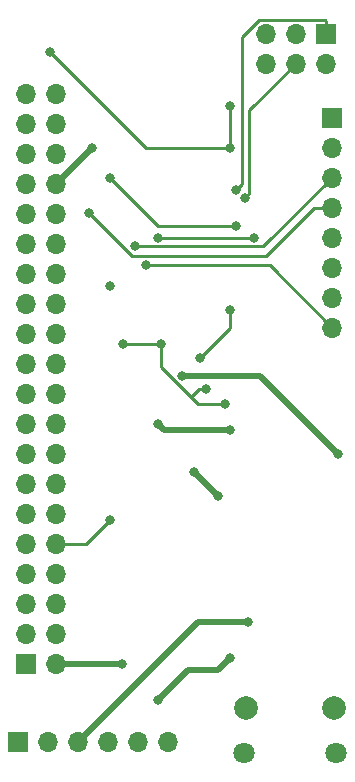
<source format=gbr>
G04 #@! TF.GenerationSoftware,KiCad,Pcbnew,(5.0.2-5-10.14)*
G04 #@! TF.CreationDate,2019-03-09T09:48:24+01:00*
G04 #@! TF.ProjectId,myduino,6d796475-696e-46f2-9e6b-696361645f70,rev?*
G04 #@! TF.SameCoordinates,Original*
G04 #@! TF.FileFunction,Copper,L2,Bot*
G04 #@! TF.FilePolarity,Positive*
%FSLAX46Y46*%
G04 Gerber Fmt 4.6, Leading zero omitted, Abs format (unit mm)*
G04 Created by KiCad (PCBNEW (5.0.2-5-10.14)) date 2019 March 09, Saturday 09:48:24*
%MOMM*%
%LPD*%
G01*
G04 APERTURE LIST*
G04 #@! TA.AperFunction,ComponentPad*
%ADD10R,1.700000X1.700000*%
G04 #@! TD*
G04 #@! TA.AperFunction,ComponentPad*
%ADD11O,1.700000X1.700000*%
G04 #@! TD*
G04 #@! TA.AperFunction,ComponentPad*
%ADD12C,2.000000*%
G04 #@! TD*
G04 #@! TA.AperFunction,ComponentPad*
%ADD13C,1.800000*%
G04 #@! TD*
G04 #@! TA.AperFunction,ViaPad*
%ADD14C,0.800000*%
G04 #@! TD*
G04 #@! TA.AperFunction,Conductor*
%ADD15C,0.500000*%
G04 #@! TD*
G04 #@! TA.AperFunction,Conductor*
%ADD16C,0.250000*%
G04 #@! TD*
G04 APERTURE END LIST*
D10*
G04 #@! TO.P,FTDI1,1*
G04 #@! TO.N,GND*
X131445000Y-147320000D03*
D11*
G04 #@! TO.P,FTDI1,2*
G04 #@! TO.N,/CTS*
X133985000Y-147320000D03*
G04 #@! TO.P,FTDI1,3*
G04 #@! TO.N,+3V3*
X136525000Y-147320000D03*
G04 #@! TO.P,FTDI1,4*
G04 #@! TO.N,/RX_328*
X139065000Y-147320000D03*
G04 #@! TO.P,FTDI1,5*
G04 #@! TO.N,/TX_328*
X141605000Y-147320000D03*
G04 #@! TO.P,FTDI1,6*
G04 #@! TO.N,/RTS*
X144145000Y-147320000D03*
G04 #@! TD*
D10*
G04 #@! TO.P,J2,1*
G04 #@! TO.N,/MISO*
X157480000Y-87376000D03*
D11*
G04 #@! TO.P,J2,2*
G04 #@! TO.N,+3V3*
X157480000Y-89916000D03*
G04 #@! TO.P,J2,3*
G04 #@! TO.N,/SCK*
X154940000Y-87376000D03*
G04 #@! TO.P,J2,4*
G04 #@! TO.N,/MOSI*
X154940000Y-89916000D03*
G04 #@! TO.P,J2,5*
G04 #@! TO.N,/RESET*
X152400000Y-87376000D03*
G04 #@! TO.P,J2,6*
G04 #@! TO.N,GND*
X152400000Y-89916000D03*
G04 #@! TD*
D10*
G04 #@! TO.P,J3,1*
G04 #@! TO.N,Net-(J3-Pad1)*
X132080000Y-140716000D03*
D11*
G04 #@! TO.P,J3,2*
G04 #@! TO.N,+5V*
X134620000Y-140716000D03*
G04 #@! TO.P,J3,3*
G04 #@! TO.N,Net-(J3-Pad3)*
X132080000Y-138176000D03*
G04 #@! TO.P,J3,4*
G04 #@! TO.N,+5V*
X134620000Y-138176000D03*
G04 #@! TO.P,J3,5*
G04 #@! TO.N,Net-(J3-Pad5)*
X132080000Y-135636000D03*
G04 #@! TO.P,J3,6*
G04 #@! TO.N,GND*
X134620000Y-135636000D03*
G04 #@! TO.P,J3,7*
G04 #@! TO.N,Net-(J3-Pad7)*
X132080000Y-133096000D03*
G04 #@! TO.P,J3,8*
G04 #@! TO.N,/RX_328*
X134620000Y-133096000D03*
G04 #@! TO.P,J3,9*
G04 #@! TO.N,GND*
X132080000Y-130556000D03*
G04 #@! TO.P,J3,10*
G04 #@! TO.N,/TX_328*
X134620000Y-130556000D03*
G04 #@! TO.P,J3,11*
G04 #@! TO.N,Net-(J3-Pad11)*
X132080000Y-128016000D03*
G04 #@! TO.P,J3,12*
G04 #@! TO.N,Net-(J3-Pad12)*
X134620000Y-128016000D03*
G04 #@! TO.P,J3,13*
G04 #@! TO.N,Net-(J3-Pad13)*
X132080000Y-125476000D03*
G04 #@! TO.P,J3,14*
G04 #@! TO.N,GND*
X134620000Y-125476000D03*
G04 #@! TO.P,J3,15*
G04 #@! TO.N,Net-(J3-Pad15)*
X132080000Y-122936000D03*
G04 #@! TO.P,J3,16*
G04 #@! TO.N,Net-(J3-Pad16)*
X134620000Y-122936000D03*
G04 #@! TO.P,J3,17*
G04 #@! TO.N,Net-(J3-Pad17)*
X132080000Y-120396000D03*
G04 #@! TO.P,J3,18*
G04 #@! TO.N,Net-(J3-Pad18)*
X134620000Y-120396000D03*
G04 #@! TO.P,J3,19*
G04 #@! TO.N,Net-(J3-Pad19)*
X132080000Y-117856000D03*
G04 #@! TO.P,J3,20*
G04 #@! TO.N,GND*
X134620000Y-117856000D03*
G04 #@! TO.P,J3,21*
G04 #@! TO.N,Net-(J3-Pad21)*
X132080000Y-115316000D03*
G04 #@! TO.P,J3,22*
G04 #@! TO.N,Net-(J3-Pad22)*
X134620000Y-115316000D03*
G04 #@! TO.P,J3,23*
G04 #@! TO.N,Net-(J3-Pad23)*
X132080000Y-112776000D03*
G04 #@! TO.P,J3,24*
G04 #@! TO.N,Net-(J3-Pad24)*
X134620000Y-112776000D03*
G04 #@! TO.P,J3,25*
G04 #@! TO.N,GND*
X132080000Y-110236000D03*
G04 #@! TO.P,J3,26*
G04 #@! TO.N,Net-(J3-Pad26)*
X134620000Y-110236000D03*
G04 #@! TO.P,J3,27*
G04 #@! TO.N,Net-(J3-Pad27)*
X132080000Y-107696000D03*
G04 #@! TO.P,J3,28*
G04 #@! TO.N,Net-(J3-Pad28)*
X134620000Y-107696000D03*
G04 #@! TO.P,J3,29*
G04 #@! TO.N,Net-(J3-Pad29)*
X132080000Y-105156000D03*
G04 #@! TO.P,J3,30*
G04 #@! TO.N,GND*
X134620000Y-105156000D03*
G04 #@! TO.P,J3,31*
G04 #@! TO.N,Net-(J3-Pad31)*
X132080000Y-102616000D03*
G04 #@! TO.P,J3,32*
G04 #@! TO.N,Net-(J3-Pad32)*
X134620000Y-102616000D03*
G04 #@! TO.P,J3,33*
G04 #@! TO.N,Net-(J3-Pad33)*
X132080000Y-100076000D03*
G04 #@! TO.P,J3,34*
G04 #@! TO.N,GND*
X134620000Y-100076000D03*
G04 #@! TO.P,J3,35*
G04 #@! TO.N,Net-(J3-Pad35)*
X132080000Y-97536000D03*
G04 #@! TO.P,J3,36*
G04 #@! TO.N,Net-(J3-Pad36)*
X134620000Y-97536000D03*
G04 #@! TO.P,J3,37*
G04 #@! TO.N,Net-(J3-Pad37)*
X132080000Y-94996000D03*
G04 #@! TO.P,J3,38*
G04 #@! TO.N,Net-(J3-Pad38)*
X134620000Y-94996000D03*
G04 #@! TO.P,J3,39*
G04 #@! TO.N,GND*
X132080000Y-92456000D03*
G04 #@! TO.P,J3,40*
G04 #@! TO.N,Net-(J3-Pad40)*
X134620000Y-92456000D03*
G04 #@! TD*
D10*
G04 #@! TO.P,J4,1*
G04 #@! TO.N,GND*
X157988000Y-94488000D03*
D11*
G04 #@! TO.P,J4,2*
G04 #@! TO.N,+3V3*
X157988000Y-97028000D03*
G04 #@! TO.P,J4,3*
G04 #@! TO.N,/SDA*
X157988000Y-99568000D03*
G04 #@! TO.P,J4,4*
G04 #@! TO.N,/SCL*
X157988000Y-102108000D03*
G04 #@! TO.P,J4,5*
G04 #@! TO.N,/SCK*
X157988000Y-104648000D03*
G04 #@! TO.P,J4,6*
G04 #@! TO.N,/A0*
X157988000Y-107188000D03*
G04 #@! TO.P,J4,7*
G04 #@! TO.N,/A1*
X157988000Y-109728000D03*
G04 #@! TO.P,J4,8*
G04 #@! TO.N,/A2*
X157988000Y-112268000D03*
G04 #@! TD*
D12*
G04 #@! TO.P,J1,6*
G04 #@! TO.N,Net-(J1-Pad6)*
X150707000Y-144454000D03*
X158157000Y-144454000D03*
D13*
X150557000Y-148254000D03*
X158307000Y-148254000D03*
G04 #@! TD*
D14*
G04 #@! TO.N,+3V3*
X150876000Y-137160000D03*
X149352000Y-120904000D03*
X143256000Y-120396000D03*
G04 #@! TO.N,GND*
X137668000Y-97028000D03*
X143510000Y-113665000D03*
X140335000Y-113665000D03*
X148945010Y-118745000D03*
X147320000Y-117475000D03*
X146304000Y-124460000D03*
X148336000Y-126492000D03*
G04 #@! TO.N,+5V*
X158496000Y-122936000D03*
X145288000Y-116332000D03*
X140208000Y-140716000D03*
X143256000Y-143764000D03*
X149352000Y-140208000D03*
G04 #@! TO.N,Net-(22pF2-Pad2)*
X146812000Y-114808000D03*
X149352000Y-110744000D03*
G04 #@! TO.N,/MISO*
X149860000Y-100615000D03*
G04 #@! TO.N,/SCK*
X149352000Y-97028000D03*
X134112000Y-88900000D03*
X149352000Y-93472000D03*
G04 #@! TO.N,/MOSI*
X150589001Y-101299515D03*
G04 #@! TO.N,/SDA*
X141290805Y-105380195D03*
G04 #@! TO.N,/SCL*
X137439152Y-102553848D03*
G04 #@! TO.N,/TX_328*
X139192000Y-108712000D03*
X139192000Y-128524000D03*
G04 #@! TO.N,/A0*
X151384000Y-104648000D03*
X143256000Y-104648000D03*
G04 #@! TO.N,/A1*
X149860000Y-103632000D03*
X139192000Y-99568000D03*
G04 #@! TO.N,/A2*
X142240000Y-106989998D03*
G04 #@! TD*
D15*
G04 #@! TO.N,+3V3*
X146685000Y-137160000D02*
X150876000Y-137160000D01*
X136525000Y-147320000D02*
X146685000Y-137160000D01*
X143764000Y-120904000D02*
X143256000Y-120396000D01*
X149352000Y-120904000D02*
X143764000Y-120904000D01*
G04 #@! TO.N,GND*
X137668000Y-97028000D02*
X134620000Y-100076000D01*
D16*
X143510000Y-113665000D02*
X140335000Y-113665000D01*
X146627998Y-118745000D02*
X148945010Y-118745000D01*
X143510000Y-113665000D02*
X143510000Y-115627002D01*
X146742002Y-117475000D02*
X146050000Y-118167002D01*
X147320000Y-117475000D02*
X146742002Y-117475000D01*
X146050000Y-118167002D02*
X146627998Y-118745000D01*
X143510000Y-115627002D02*
X146050000Y-118167002D01*
D15*
X146304000Y-124460000D02*
X147320000Y-125476000D01*
X147320000Y-125476000D02*
X148336000Y-126492000D01*
G04 #@! TO.N,+5V*
X151892000Y-116332000D02*
X145288000Y-116332000D01*
X158496000Y-122936000D02*
X151892000Y-116332000D01*
X134620000Y-140716000D02*
X140208000Y-140716000D01*
X143256000Y-143764000D02*
X145796000Y-141224000D01*
X148336000Y-141224000D02*
X145796000Y-141224000D01*
X149352000Y-140208000D02*
X148336000Y-141224000D01*
D16*
G04 #@! TO.N,Net-(22pF2-Pad2)*
X149352000Y-112268000D02*
X149352000Y-110744000D01*
X146812000Y-114808000D02*
X149352000Y-112268000D01*
G04 #@! TO.N,/MISO*
X157480000Y-86276000D02*
X157480000Y-87376000D01*
X157404999Y-86200999D02*
X157480000Y-86276000D01*
X151835999Y-86200999D02*
X157404999Y-86200999D01*
X150368000Y-87668998D02*
X151835999Y-86200999D01*
X150368000Y-100107000D02*
X150368000Y-87668998D01*
X149860000Y-100615000D02*
X150368000Y-100107000D01*
G04 #@! TO.N,/SCK*
X142240000Y-97028000D02*
X134112000Y-88900000D01*
X149352000Y-97028000D02*
X142240000Y-97028000D01*
X149352000Y-93472000D02*
X149352000Y-97028000D01*
G04 #@! TO.N,/MOSI*
X150989000Y-100899516D02*
X150989000Y-93867000D01*
X150589001Y-101299515D02*
X150989000Y-100899516D01*
X150989000Y-93867000D02*
X154940000Y-89916000D01*
G04 #@! TO.N,/SDA*
X141290805Y-105380195D02*
X152175805Y-105380195D01*
X152175805Y-105380195D02*
X157988000Y-99568000D01*
G04 #@! TO.N,/SCL*
X137439152Y-102553848D02*
X141057304Y-106172000D01*
X141057304Y-106172000D02*
X152400000Y-106172000D01*
X156464000Y-102108000D02*
X157988000Y-102108000D01*
X152400000Y-106172000D02*
X156464000Y-102108000D01*
G04 #@! TO.N,/TX_328*
X134620000Y-130556000D02*
X137160000Y-130556000D01*
X137160000Y-130556000D02*
X139192000Y-128524000D01*
G04 #@! TO.N,/A0*
X151384000Y-104648000D02*
X143256000Y-104648000D01*
G04 #@! TO.N,/A1*
X143256000Y-103632000D02*
X139192000Y-99568000D01*
X149860000Y-103632000D02*
X143256000Y-103632000D01*
G04 #@! TO.N,/A2*
X152709998Y-106989998D02*
X157988000Y-112268000D01*
X142240000Y-106989998D02*
X152709998Y-106989998D01*
G04 #@! TD*
M02*

</source>
